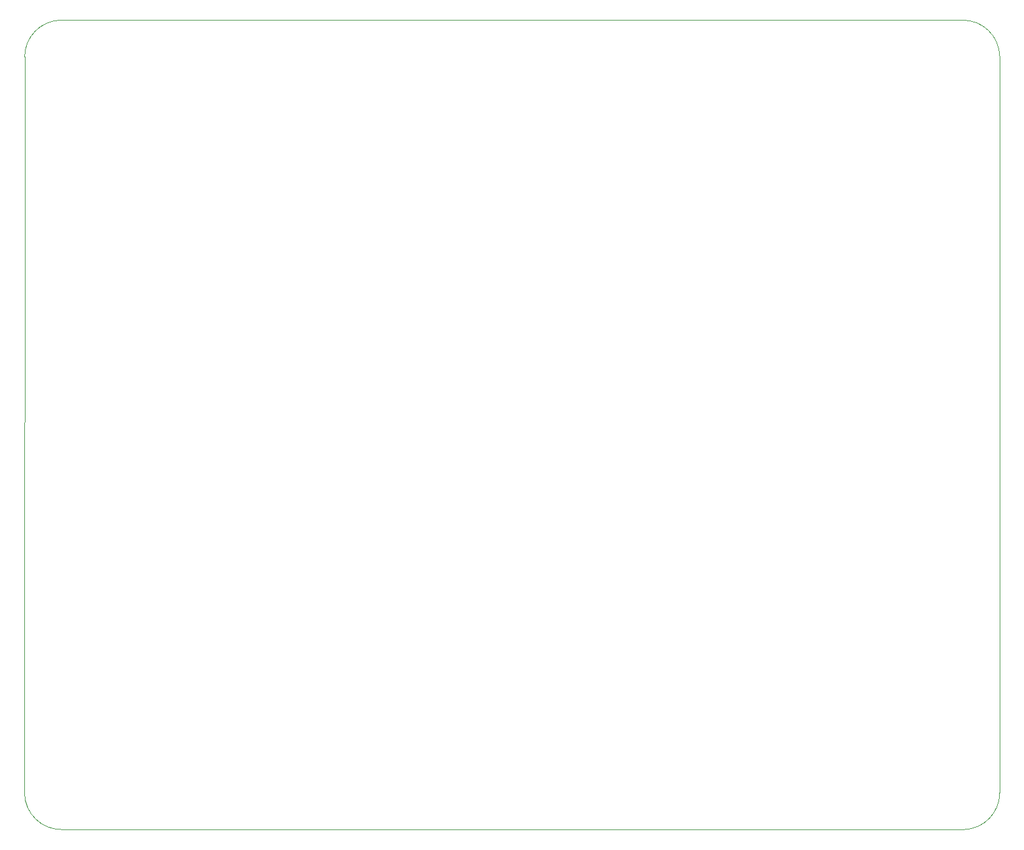
<source format=gbr>
G04 #@! TF.GenerationSoftware,KiCad,Pcbnew,(5.1.6)-1*
G04 #@! TF.CreationDate,2021-01-04T20:33:42-06:00*
G04 #@! TF.ProjectId,TestBoard,54657374-426f-4617-9264-2e6b69636164,rev?*
G04 #@! TF.SameCoordinates,Original*
G04 #@! TF.FileFunction,Profile,NP*
%FSLAX46Y46*%
G04 Gerber Fmt 4.6, Leading zero omitted, Abs format (unit mm)*
G04 Created by KiCad (PCBNEW (5.1.6)-1) date 2021-01-04 20:33:42*
%MOMM*%
%LPD*%
G01*
G04 APERTURE LIST*
G04 #@! TA.AperFunction,Profile*
%ADD10C,0.050000*%
G04 #@! TD*
G04 APERTURE END LIST*
D10*
X209120931Y-49180000D02*
G75*
G02*
X214120000Y-54051690I-930J-5001689D01*
G01*
X214120000Y-154310931D02*
G75*
G02*
X209248310Y-159310000I-5001689J930D01*
G01*
X86569069Y-159301690D02*
G75*
G02*
X81570000Y-154430000I930J5001689D01*
G01*
X81578310Y-54179069D02*
G75*
G02*
X86450000Y-49180000I5001689J-930D01*
G01*
X86569069Y-159301690D02*
X209248310Y-159310000D01*
X81578310Y-54179069D02*
X81570000Y-154430000D01*
X214120000Y-154310931D02*
X214120000Y-54051690D01*
X86450000Y-49180000D02*
X209120931Y-49180000D01*
M02*

</source>
